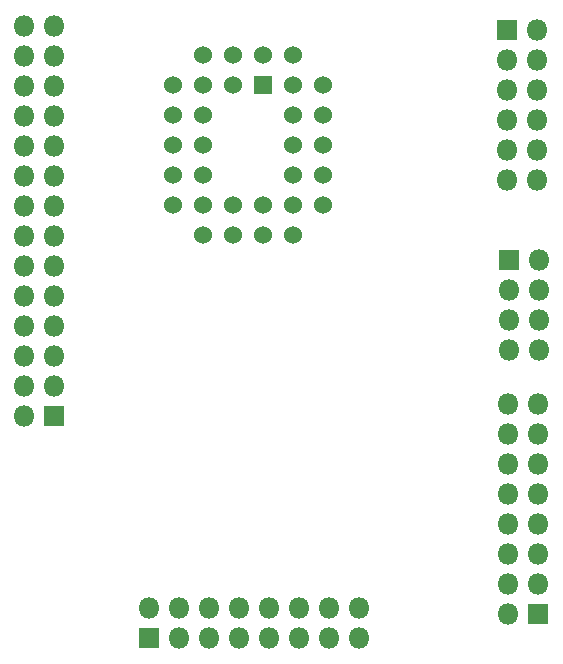
<source format=gbr>
%TF.GenerationSoftware,KiCad,Pcbnew,(5.1.6)-1*%
%TF.CreationDate,2020-09-22T21:52:58+03:00*%
%TF.ProjectId,RAM_ROM_devboard,52414d5f-524f-44d5-9f64-6576626f6172,rev?*%
%TF.SameCoordinates,Original*%
%TF.FileFunction,Soldermask,Bot*%
%TF.FilePolarity,Negative*%
%FSLAX46Y46*%
G04 Gerber Fmt 4.6, Leading zero omitted, Abs format (unit mm)*
G04 Created by KiCad (PCBNEW (5.1.6)-1) date 2020-09-22 21:52:58*
%MOMM*%
%LPD*%
G01*
G04 APERTURE LIST*
%ADD10O,1.800000X1.800000*%
%ADD11R,1.800000X1.800000*%
%ADD12C,1.530000*%
%ADD13R,1.530000X1.530000*%
G04 APERTURE END LIST*
D10*
%TO.C,J7*%
X140716000Y-98806000D03*
X143256000Y-98806000D03*
X140716000Y-101346000D03*
X143256000Y-101346000D03*
X140716000Y-103886000D03*
X143256000Y-103886000D03*
X140716000Y-106426000D03*
X143256000Y-106426000D03*
X140716000Y-108966000D03*
X143256000Y-108966000D03*
X140716000Y-111506000D03*
X143256000Y-111506000D03*
X140716000Y-114046000D03*
X143256000Y-114046000D03*
X140716000Y-116586000D03*
D11*
X143256000Y-116586000D03*
%TD*%
D12*
%TO.C,J2*%
X119988500Y-69280000D03*
X122528500Y-71820000D03*
X122528500Y-69280000D03*
X125068500Y-71820000D03*
X122528500Y-74360000D03*
X125068500Y-74360000D03*
X122528500Y-76900000D03*
X125068500Y-76900000D03*
X122528500Y-79440000D03*
X125068500Y-79440000D03*
X122528500Y-81980000D03*
X125068500Y-81980000D03*
X122528500Y-84520000D03*
X119988500Y-81980000D03*
X119988500Y-84520000D03*
X117448500Y-81980000D03*
X117448500Y-84520000D03*
X114908500Y-81980000D03*
X114908500Y-84520000D03*
X112368500Y-81980000D03*
X114908500Y-79440000D03*
X112368500Y-79440000D03*
X114908500Y-76900000D03*
X112368500Y-76900000D03*
X114908500Y-74360000D03*
X112368500Y-74360000D03*
X114908500Y-71820000D03*
X112368500Y-71820000D03*
X114908500Y-69280000D03*
X117448500Y-71820000D03*
X117448500Y-69280000D03*
D13*
X119988500Y-71820000D03*
%TD*%
D10*
%TO.C,J6*%
X143192500Y-79883000D03*
X140652500Y-79883000D03*
X143192500Y-77343000D03*
X140652500Y-77343000D03*
X143192500Y-74803000D03*
X140652500Y-74803000D03*
X143192500Y-72263000D03*
X140652500Y-72263000D03*
X143192500Y-69723000D03*
X140652500Y-69723000D03*
X143192500Y-67183000D03*
D11*
X140652500Y-67183000D03*
%TD*%
D10*
%TO.C,J4*%
X143383000Y-94234000D03*
X140843000Y-94234000D03*
X143383000Y-91694000D03*
X140843000Y-91694000D03*
X143383000Y-89154000D03*
X140843000Y-89154000D03*
X143383000Y-86614000D03*
D11*
X140843000Y-86614000D03*
%TD*%
D10*
%TO.C,J3*%
X128079500Y-116078000D03*
X128079500Y-118618000D03*
X125539500Y-116078000D03*
X125539500Y-118618000D03*
X122999500Y-116078000D03*
X122999500Y-118618000D03*
X120459500Y-116078000D03*
X120459500Y-118618000D03*
X117919500Y-116078000D03*
X117919500Y-118618000D03*
X115379500Y-116078000D03*
X115379500Y-118618000D03*
X112839500Y-116078000D03*
X112839500Y-118618000D03*
X110299500Y-116078000D03*
D11*
X110299500Y-118618000D03*
%TD*%
D10*
%TO.C,J1*%
X99758500Y-66865500D03*
X102298500Y-66865500D03*
X99758500Y-69405500D03*
X102298500Y-69405500D03*
X99758500Y-71945500D03*
X102298500Y-71945500D03*
X99758500Y-74485500D03*
X102298500Y-74485500D03*
X99758500Y-77025500D03*
X102298500Y-77025500D03*
X99758500Y-79565500D03*
X102298500Y-79565500D03*
X99758500Y-82105500D03*
X102298500Y-82105500D03*
X99758500Y-84645500D03*
X102298500Y-84645500D03*
X99758500Y-87185500D03*
X102298500Y-87185500D03*
X99758500Y-89725500D03*
X102298500Y-89725500D03*
X99758500Y-92265500D03*
X102298500Y-92265500D03*
X99758500Y-94805500D03*
X102298500Y-94805500D03*
X99758500Y-97345500D03*
X102298500Y-97345500D03*
X99758500Y-99885500D03*
D11*
X102298500Y-99885500D03*
%TD*%
M02*

</source>
